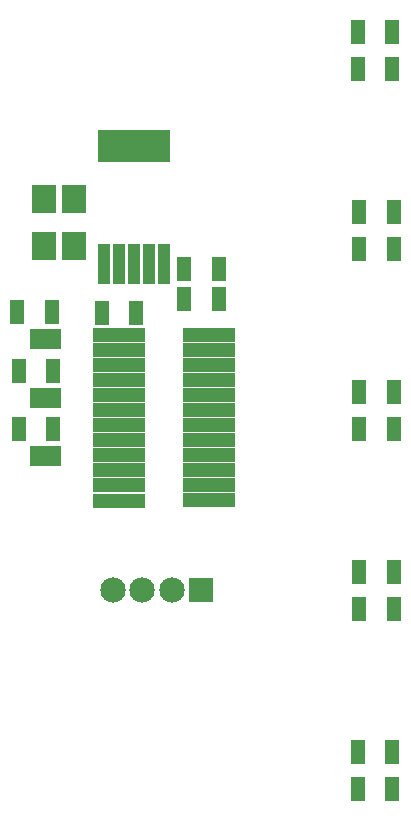
<source format=gts>
G04 #@! TF.GenerationSoftware,KiCad,Pcbnew,(5.1.0)-1*
G04 #@! TF.CreationDate,2019-03-20T22:54:13+09:00*
G04 #@! TF.ProjectId,I2C_color_sensor_v2,4932435f-636f-46c6-9f72-5f73656e736f,rev?*
G04 #@! TF.SameCoordinates,Original*
G04 #@! TF.FileFunction,Soldermask,Top*
G04 #@! TF.FilePolarity,Negative*
%FSLAX46Y46*%
G04 Gerber Fmt 4.6, Leading zero omitted, Abs format (unit mm)*
G04 Created by KiCad (PCBNEW (5.1.0)-1) date 2019-03-20 22:54:13*
%MOMM*%
%LPD*%
G04 APERTURE LIST*
%ADD10R,1.100000X3.400000*%
%ADD11R,6.100000X2.700000*%
%ADD12R,4.400000X1.162000*%
%ADD13C,2.150000*%
%ADD14R,2.150000X2.150000*%
%ADD15R,2.000000X2.400000*%
%ADD16R,1.300000X2.100000*%
%ADD17R,1.370000X1.670000*%
G04 APERTURE END LIST*
D10*
X132620000Y-88788000D03*
X133890000Y-88788000D03*
X135160000Y-88788000D03*
X136430000Y-88788000D03*
X137700000Y-88788000D03*
D11*
X135160000Y-78738000D03*
D12*
X133858000Y-94742000D03*
X133858000Y-96012000D03*
X133858000Y-97282000D03*
X133858000Y-98552000D03*
X133858000Y-99822000D03*
X133858000Y-101092000D03*
X133858000Y-102362000D03*
X133858000Y-103632000D03*
X133858000Y-104902000D03*
X133858000Y-106172000D03*
X133858000Y-107442000D03*
X133858000Y-108839000D03*
X141478000Y-94742000D03*
X141478000Y-96012000D03*
X141478000Y-97282000D03*
X141478000Y-98552000D03*
X141478000Y-99822000D03*
X141478000Y-101092000D03*
X141478000Y-102362000D03*
X141478000Y-103632000D03*
X141478000Y-104902000D03*
X141478000Y-106172000D03*
X141478000Y-107442000D03*
X141478000Y-108712000D03*
D13*
X133375000Y-116380000D03*
X135875000Y-116380000D03*
X138375000Y-116380000D03*
D14*
X140875000Y-116380000D03*
D15*
X127540000Y-83265000D03*
X127540000Y-87265000D03*
X130080000Y-83265000D03*
X130080000Y-87265000D03*
D16*
X142325000Y-91694000D03*
X139425000Y-91694000D03*
X139425000Y-89154000D03*
X142325000Y-89154000D03*
X135340000Y-92885000D03*
X132440000Y-92885000D03*
D17*
X126995000Y-95123000D03*
X128275000Y-95123000D03*
X126995000Y-100076000D03*
X128275000Y-100076000D03*
X128275000Y-105029000D03*
X126995000Y-105029000D03*
D16*
X125296000Y-92837000D03*
X128196000Y-92837000D03*
X128323000Y-97790000D03*
X125423000Y-97790000D03*
X125423000Y-102743000D03*
X128323000Y-102743000D03*
X154125000Y-133223000D03*
X157025000Y-133223000D03*
X157025000Y-130048000D03*
X154125000Y-130048000D03*
X154252000Y-117983000D03*
X157152000Y-117983000D03*
X157152000Y-114808000D03*
X154252000Y-114808000D03*
X154252000Y-102743000D03*
X157152000Y-102743000D03*
X157152000Y-99568000D03*
X154252000Y-99568000D03*
X154252000Y-87503000D03*
X157152000Y-87503000D03*
X157152000Y-84328000D03*
X154252000Y-84328000D03*
X154125000Y-72263000D03*
X157025000Y-72263000D03*
X157025000Y-69088000D03*
X154125000Y-69088000D03*
M02*

</source>
